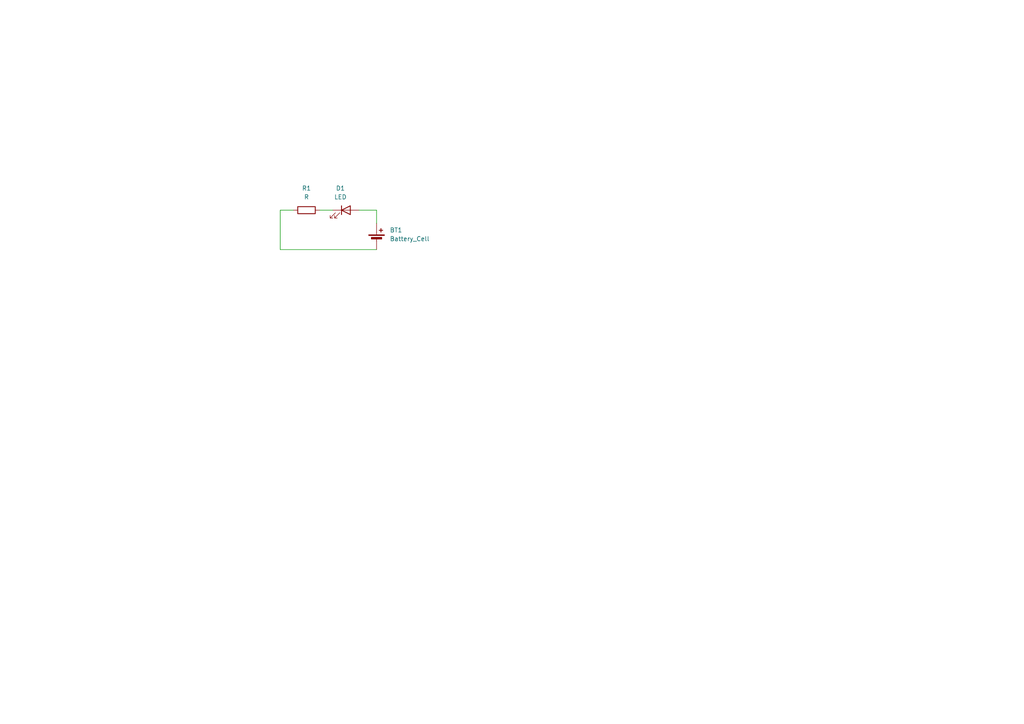
<source format=kicad_sch>
(kicad_sch (version 20230121) (generator eeschema)
  (paper "A4")
  (title_block (title "Daniil Blinky") (date "2024-01-30") (company "araCreate GmbH"))
  (lib_symbols
    (symbol "Device:Battery_Cell" (pin_numbers hide) (pin_names (offset 0) hide)
      (property "Reference" "BT" (at 2.54 2.54 0))
      (property "Value" "Battery_Cell" (at 2.54 0 0))
      (symbol "Battery_Cell_0_1"
        (rectangle (start -2.286 1.778) (end 2.286 1.524) (fill (type outline)))
        (rectangle (start -1.524 1.016) (end 1.524 0.508) (fill (type outline)))
        (polyline (pts (xy 0 0.762) (xy 0 0)))
        (polyline (pts (xy 0 1.778) (xy 0 2.54)))
        (polyline (pts (xy 0.762 3.048) (xy 1.778 3.048)) (stroke (width 0.254)))
        (polyline (pts (xy 1.27 3.556) (xy 1.27 2.54)) (stroke (width 0.254)))
      )
      (symbol "Battery_Cell_1_1"
        (pin passive line (at 0 5.08 270) (length 2.54) (name "+") (number "1"))
        (pin passive line (at 0 -2.54 90) (length 2.54) (name "-") (number "2"))
      )
    )
    (symbol "Device:LED" (pin_numbers hide) (pin_names (offset 1.016) hide)
      (property "Reference" "D" (at 0 2.54 0))
      (property "Value" "LED" (at 0 -2.54 0))
      (symbol "LED_0_1"
        (polyline (pts (xy -1.27 -1.27) (xy -1.27 1.27)) (stroke (width 0.254)))
        (polyline (pts (xy -1.27 0) (xy 1.27 0)))
        (polyline (pts (xy 1.27 -1.27) (xy 1.27 1.27) (xy -1.27 0) (xy 1.27 -1.27)) (stroke (width 0.254)))
        (polyline (pts (xy -3.048 -0.762) (xy -4.572 -2.286) (xy -3.81 -2.286) (xy -4.572 -2.286) (xy -4.572 -1.524)))
        (polyline (pts (xy -1.778 -0.762) (xy -3.302 -2.286) (xy -2.54 -2.286) (xy -3.302 -2.286) (xy -3.302 -1.524)))
      )
      (symbol "LED_1_1"
        (pin passive line (at -3.81 0 0) (length 2.54) (name "K") (number "1"))
        (pin passive line (at 3.81 0 180) (length 2.54) (name "A") (number "2"))
      )
    )
    (symbol "Device:R" (pin_numbers hide) (pin_names (offset 0))
      (property "Reference" "R" (at 2.032 0 90))
      (property "Value" "R" (at 0 0 90))
      (symbol "R_0_1"
        (rectangle (start -1.016 -2.54) (end 1.016 2.54) (stroke (width 0.254)))
      )
      (symbol "R_1_1"
        (pin passive line (at 0 3.81 270) (length 1.27) (name "~") (number "1"))
        (pin passive line (at 0 -3.81 90) (length 1.27) (name "~") (number "2"))
      )
    )
  )
  (wire (pts (xy 109.22 60.96) (xy 109.22 64.77)))
  (wire (pts (xy 81.28 60.96) (xy 81.28 72.39)))
  (wire (pts (xy 104.14 60.96) (xy 109.22 60.96)))
  (wire (pts (xy 85.09 60.96) (xy 81.28 60.96)))
  (wire (pts (xy 92.71 60.96) (xy 96.52 60.96)))
  (wire (pts (xy 81.28 72.39) (xy 109.22 72.39)))
  (symbol (lib_id "Device:Battery_Cell") (at 109.22 69.85 0) (unit 1)
    (property "Reference" "BT1" (at 113.03 66.7385 0) (effects (justify left)))
    (property "Value" "Battery_Cell" (at 113.03 69.2785 0) (effects (justify left)))
  )
  (symbol (lib_id "Device:LED") (at 100.33 60.96 0) (unit 1)
    (property "Reference" "D1" (at 98.7425 54.61 0))
    (property "Value" "LED" (at 98.7425 57.15 0))
  )
  (symbol (lib_id "Device:R") (at 88.9 60.96 90) (unit 1)
    (property "Reference" "R1" (at 88.9 54.61 90))
    (property "Value" "R" (at 88.9 57.15 90))
  )
)
</source>
